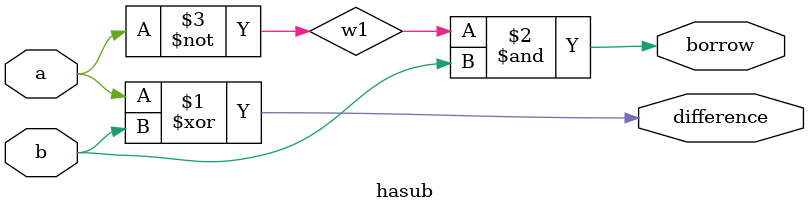
<source format=v>
module hasub(a,b,difference,borrow);
input a,b;
output difference,borrow;
wire w1;
xor g1(difference,a,b);
not g2(w1,a);
and g3(borrow,w1,b);
endmodule

</source>
